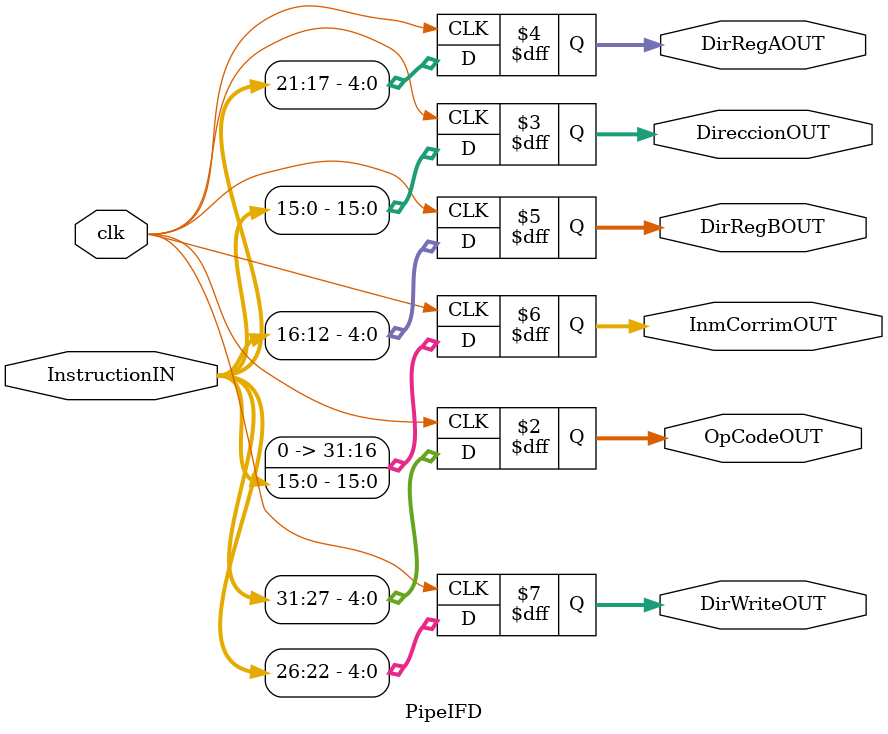
<source format=v>
module PipeIFD(
    input clk,
    input [31:0] InstructionIN,
	 output reg[4:0] OpCodeOUT,
	 output reg[15:0] DireccionOUT,
	 output reg[4:0] DirRegAOUT,
	 output reg[4:0] DirRegBOUT,
	 output reg[31:0] InmCorrimOUT,
	 output reg[4:0] DirWriteOUT
);

	 reg [4:0] OpCodeTMP;
	 reg [15:0] DireccionTMP;
	 reg [4:0] DirRegATMP;
	 reg [4:0] DirRegBTMP;
	 reg [31:0] InmCorrimTMP;
	 reg [4:0] DirWriteTMP;

always @(posedge clk)
begin
	OpCodeOUT <= InstructionIN[31:27];
	DireccionOUT <= InstructionIN[15:0];
	DirRegAOUT <= InstructionIN[21:17];
	DirRegBOUT <= InstructionIN[16:12];
	InmCorrimOUT <= {{16{1'b0}}, InstructionIN[15:0]};
	DirWriteOUT <= InstructionIN[26:22];
	
end
/*
	 assign OpCodeOUT = OpCodeTMP;
	 assign DireccionOUT = DireccionTMP;
	 assign DirRegAOUT = DirRegATMP;
	 assign DirRegBOUT = DirRegBTMP;
	 assign InmCorrimOUT = InmCorrimTMP;
	 assign DirWriteOUT = DirWriteTMP;
	 */
endmodule

</source>
